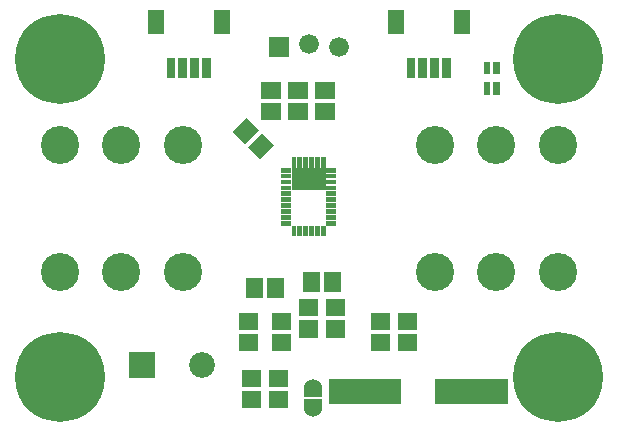
<source format=gbr>
G04 start of page 6 for group -4063 idx -4063 *
G04 Title: (unknown), componentmask *
G04 Creator: pcb 20140316 *
G04 CreationDate: Sun 30 Dec 2018 08:06:51 PM GMT UTC *
G04 For: railfan *
G04 Format: Gerber/RS-274X *
G04 PCB-Dimensions (mil): 2200.00 1600.00 *
G04 PCB-Coordinate-Origin: lower left *
%MOIN*%
%FSLAX25Y25*%
%LNTOPMASK*%
%ADD66R,0.0227X0.0227*%
%ADD65R,0.0296X0.0296*%
%ADD64R,0.0300X0.0300*%
%ADD63C,0.0600*%
%ADD62R,0.0847X0.0847*%
%ADD61R,0.0729X0.0729*%
%ADD60R,0.0532X0.0532*%
%ADD59R,0.0572X0.0572*%
%ADD58R,0.0158X0.0158*%
%ADD57C,0.0860*%
%ADD56C,0.1270*%
%ADD55C,0.2997*%
%ADD54C,0.0001*%
%ADD53C,0.0660*%
G54D53*X110000Y138000D03*
X120000Y137000D03*
G54D54*G36*
X96700Y140300D02*Y133700D01*
X103300D01*
Y140300D01*
X96700D01*
G37*
G54D55*X27000Y133000D03*
G54D56*X68000Y104350D03*
X47500D03*
X27000D03*
G54D55*Y27000D03*
G54D56*X68000Y61850D03*
X47500D03*
X27000D03*
G54D54*G36*
X50200Y35300D02*Y26700D01*
X58800D01*
Y35300D01*
X50200D01*
G37*
G54D57*X74500Y31000D03*
G54D55*X193000Y27000D03*
G54D56*Y61850D03*
X172500D03*
X152000D03*
G54D55*X193000Y133000D03*
G54D56*Y104350D03*
X172500D03*
X152000D03*
G54D58*X116594Y78142D02*X118366D01*
X116594Y80110D02*X118366D01*
X116594Y82079D02*X118366D01*
X116594Y84047D02*X118366D01*
X116594Y86016D02*X118366D01*
X116594Y87984D02*X118366D01*
X116594Y89953D02*X118366D01*
X116594Y91921D02*X118366D01*
X114921Y76469D02*Y74697D01*
G54D59*X118043Y58893D02*Y58107D01*
G54D58*X105079Y99303D02*Y97531D01*
X101634Y95858D02*X103406D01*
X101634Y93890D02*X103406D01*
X101634Y91921D02*X103406D01*
X101634Y89953D02*X103406D01*
G54D60*X107835Y92906D02*X112165D01*
G54D61*X108031D02*X111969D01*
G54D58*X101634Y87984D02*X103406D01*
X101634Y86016D02*X103406D01*
X101634Y84047D02*X103406D01*
X101634Y82079D02*X103406D01*
X101634Y80110D02*X103406D01*
X101634Y78142D02*X103406D01*
X105079Y76469D02*Y74697D01*
X107047Y76469D02*Y74697D01*
X109016Y76469D02*Y74697D01*
X110984Y76469D02*Y74697D01*
X112953Y76469D02*Y74697D01*
G54D59*X110957Y58893D02*Y58107D01*
G54D62*X120909Y22000D02*X136657D01*
G54D63*X111500Y23400D03*
G54D64*X110000Y21900D02*X113000D01*
G54D63*X111500Y16600D03*
G54D64*X110000Y18100D02*X113000D01*
G54D62*X156343Y22000D02*X172091D01*
G54D59*X133607Y45543D02*X134393D01*
X133607Y38457D02*X134393D01*
X142607Y45543D02*X143393D01*
X142607Y38457D02*X143393D01*
X109607Y42914D02*X110393D01*
X109607Y50000D02*X110393D01*
X118607Y42914D02*X119393D01*
X118607Y50000D02*X119393D01*
X91957Y56893D02*Y56107D01*
X99043Y56893D02*Y56107D01*
X100607Y45543D02*X101393D01*
X100607Y38457D02*X101393D01*
X89607Y45543D02*X90393D01*
X89607Y38457D02*X90393D01*
X90607Y26543D02*X91393D01*
X99607D02*X100393D01*
X90607Y19457D02*X91393D01*
X99607D02*X100393D01*
G54D65*X75906Y131870D02*Y128130D01*
X71969Y131870D02*Y128130D01*
X68031Y131870D02*Y128130D01*
X64094Y131870D02*Y128130D01*
G54D60*X81024Y146437D02*Y144075D01*
X58976Y146437D02*Y144075D01*
G54D65*X155906Y131870D02*Y128130D01*
X151969Y131870D02*Y128130D01*
X148031Y131870D02*Y128130D01*
X144094Y131870D02*Y128130D01*
G54D58*X116594Y93890D02*X118366D01*
X116594Y95858D02*X118366D01*
X114921Y99303D02*Y97531D01*
X112953Y99303D02*Y97531D01*
X110984Y99303D02*Y97531D01*
X109016Y99303D02*Y97531D01*
X107047Y99303D02*Y97531D01*
G54D54*G36*
X89684Y103717D02*X94283Y108316D01*
X98326Y104272D01*
X93728Y99674D01*
X89684Y103717D01*
G37*
G36*
X84674Y108728D02*X89272Y113326D01*
X93316Y109283D01*
X88717Y104684D01*
X84674Y108728D01*
G37*
G54D59*X106107Y115457D02*X106893D01*
X97107D02*X97893D01*
X106107Y122543D02*X106893D01*
X97107D02*X97893D01*
X115107Y115457D02*X115893D01*
X115107Y122543D02*X115893D01*
G54D60*X161024Y146437D02*Y144075D01*
X138976Y146437D02*Y144075D01*
G54D66*X169425Y124087D02*Y122217D01*
X172575Y124087D02*Y122217D01*
Y130783D02*Y128913D01*
X169425Y130783D02*Y128913D01*
M02*

</source>
